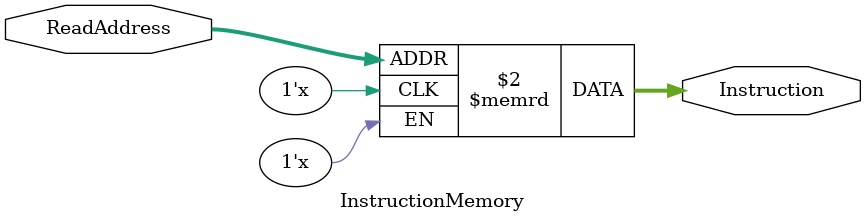
<source format=v>
module InstructionMemory(ReadAddress,Instruction);


input [31:0]ReadAddress;
output reg[31:0] Instruction;

reg [31:0] instructions [255:0];

always@(*)begin 
		Instruction = instructions[ReadAddress];
	end


endmodule
</source>
